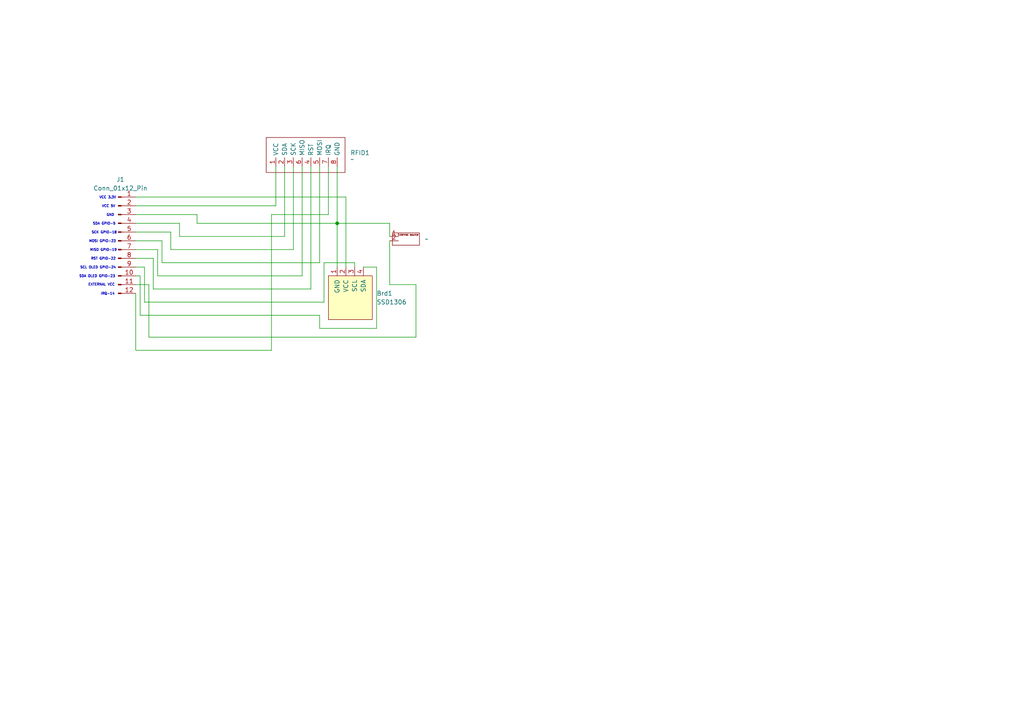
<source format=kicad_sch>
(kicad_sch (version 20231120) (generator "eeschema") (generator_version "8.0")
  (paper "A4")
  (lib_symbols
    (symbol "Connector:Conn_01x12_Pin" (pin_names (offset 1.016) hide)
      (property "Reference" "J" (at 0 15.24 0))
      (property "Value" "Conn_01x12_Pin" (at 0 -17.78 0))
      (symbol "Conn_01x12_Pin_1_1"
        (polyline (pts (xy 1.27 -15.24) (xy 0.8636 -15.24)) (stroke (width 0.1524)))
        (polyline (pts (xy 1.27 -12.7) (xy 0.8636 -12.7)) (stroke (width 0.1524)))
        (polyline (pts (xy 1.27 -10.16) (xy 0.8636 -10.16)) (stroke (width 0.1524)))
        (polyline (pts (xy 1.27 -7.62) (xy 0.8636 -7.62)) (stroke (width 0.1524)))
        (polyline (pts (xy 1.27 -5.08) (xy 0.8636 -5.08)) (stroke (width 0.1524)))
        (polyline (pts (xy 1.27 -2.54) (xy 0.8636 -2.54)) (stroke (width 0.1524)))
        (polyline (pts (xy 1.27 0) (xy 0.8636 0)) (stroke (width 0.1524)))
        (polyline (pts (xy 1.27 2.54) (xy 0.8636 2.54)) (stroke (width 0.1524)))
        (polyline (pts (xy 1.27 5.08) (xy 0.8636 5.08)) (stroke (width 0.1524)))
        (polyline (pts (xy 1.27 7.62) (xy 0.8636 7.62)) (stroke (width 0.1524)))
        (polyline (pts (xy 1.27 10.16) (xy 0.8636 10.16)) (stroke (width 0.1524)))
        (polyline (pts (xy 1.27 12.7) (xy 0.8636 12.7)) (stroke (width 0.1524)))
        (rectangle (start 0.8636 -15.113) (end 0 -15.367) (stroke (width 0.1524)) (fill (type outline)))
        (rectangle (start 0.8636 -12.573) (end 0 -12.827) (stroke (width 0.1524)) (fill (type outline)))
        (rectangle (start 0.8636 -10.033) (end 0 -10.287) (stroke (width 0.1524)) (fill (type outline)))
        (rectangle (start 0.8636 -7.493) (end 0 -7.747) (stroke (width 0.1524)) (fill (type outline)))
        (rectangle (start 0.8636 -4.953) (end 0 -5.207) (stroke (width 0.1524)) (fill (type outline)))
        (rectangle (start 0.8636 -2.413) (end 0 -2.667) (stroke (width 0.1524)) (fill (type outline)))
        (rectangle (start 0.8636 0.127) (end 0 -0.127) (stroke (width 0.1524)) (fill (type outline)))
        (rectangle (start 0.8636 2.667) (end 0 2.413) (stroke (width 0.1524)) (fill (type outline)))
        (rectangle (start 0.8636 5.207) (end 0 4.953) (stroke (width 0.1524)) (fill (type outline)))
        (rectangle (start 0.8636 7.747) (end 0 7.493) (stroke (width 0.1524)) (fill (type outline)))
        (rectangle (start 0.8636 10.287) (end 0 10.033) (stroke (width 0.1524)) (fill (type outline)))
        (rectangle (start 0.8636 12.827) (end 0 12.573) (stroke (width 0.1524)) (fill (type outline)))
        (pin passive line (at 5.08 12.7 180) (length 3.81) (name "Pin_1") (number "1"))
        (pin passive line (at 5.08 -10.16 180) (length 3.81) (name "Pin_10") (number "10"))
        (pin passive line (at 5.08 -12.7 180) (length 3.81) (name "Pin_11") (number "11"))
        (pin passive line (at 5.08 -15.24 180) (length 3.81) (name "Pin_12") (number "12"))
        (pin passive line (at 5.08 10.16 180) (length 3.81) (name "Pin_2") (number "2"))
        (pin passive line (at 5.08 7.62 180) (length 3.81) (name "Pin_3") (number "3"))
        (pin passive line (at 5.08 5.08 180) (length 3.81) (name "Pin_4") (number "4"))
        (pin passive line (at 5.08 2.54 180) (length 3.81) (name "Pin_5") (number "5"))
        (pin passive line (at 5.08 0 180) (length 3.81) (name "Pin_6") (number "6"))
        (pin passive line (at 5.08 -2.54 180) (length 3.81) (name "Pin_7") (number "7"))
        (pin passive line (at 5.08 -5.08 180) (length 3.81) (name "Pin_8") (number "8"))
        (pin passive line (at 5.08 -7.62 180) (length 3.81) (name "Pin_9") (number "9"))
      )
    )
    (symbol "New_Library:rfid"
      (property "Reference" "RFID" (at 0 0 0))
      (symbol "rfid_0_1"
        (rectangle (start -1.778 4.064) (end 8.382 -18.796))
      )
      (symbol "rfid_1_1"
        (pin power_in line (at 0 1.27 0) (length 2.54) (name "VCC") (number "1"))
        (pin bidirectional line (at 0 -1.27 0) (length 2.54) (name "SDA") (number "2"))
        (pin bidirectional line (at 0 -3.81 0) (length 2.54) (name "SCK") (number "3"))
        (pin input line (at 0 -8.89 0) (length 2.54) (name "RST") (number "4"))
        (pin bidirectional line (at 0 -11.43 0) (length 2.54) (name "MOSI") (number "5"))
        (pin bidirectional line (at 0 -6.35 0) (length 2.54) (name "MISO") (number "6"))
        (pin input line (at 0 -13.97 0) (length 2.54) (name "IRQ") (number "7"))
        (pin power_out line (at 0 -16.51 0) (length 2.54) (name "GND") (number "8"))
      )
    )
    (symbol "SSD1306-128x64_OLED:SSD1306" (pin_names (offset 1.016))
      (property "Reference" "Brd" (at 0 -3.81 0))
      (property "Value" "SSD1306" (at 0 -1.27 0))
      (symbol "SSD1306_0_1"
        (rectangle (start -6.35 6.35) (end 6.35 -6.35) (fill (type background)))
      )
      (symbol "SSD1306_1_1"
        (pin input line (at -3.81 8.89 270) (length 2.54) (name "GND") (number "1"))
        (pin input line (at -1.27 8.89 270) (length 2.54) (name "VCC") (number "2"))
        (pin input line (at 1.27 8.89 270) (length 2.54) (name "SCL") (number "3"))
        (pin input line (at 3.81 8.89 270) (length 2.54) (name "SDA") (number "4"))
      )
    )
    (symbol "external_source:External_Source"
      (property "Value" "~" (at 8.89 -0.762 0))
      (symbol "External_Source_0_1"
        (rectangle (start -0.508 1.016) (end 7.366 -2.54))
      )
      (symbol "External_Source_1_1"
        (text "External source" (at 4.064 0.508 0) (effects (font (size 0.508 0.508))))
        (pin input line (at -1.27 0 0) (length 2.54) (name "") (number "1"))
        (pin input line (at -1.27 -1.27 0) (length 2.54) (name "") (number "2"))
      )
    )
  )
  (junction (at 97.79 64.77))
  (wire (pts (xy 39.37 101.6) (xy 78.74 101.6)))
  (wire (pts (xy 39.37 59.69) (xy 80.01 59.69)))
  (wire (pts (xy 39.37 85.09) (xy 39.37 101.6)))
  (wire (pts (xy 43.18 97.79) (xy 120.65 97.79)))
  (wire (pts (xy 39.37 69.85) (xy 46.99 69.85)))
  (wire (pts (xy 95.25 62.23) (xy 78.74 62.23)))
  (wire (pts (xy 40.64 80.01) (xy 40.64 91.44)))
  (wire (pts (xy 97.79 48.26) (xy 97.79 64.77)))
  (wire (pts (xy 80.01 48.26) (xy 80.01 59.69)))
  (wire (pts (xy 41.91 77.47) (xy 41.91 87.63)))
  (wire (pts (xy 102.87 76.2) (xy 93.98 76.2)))
  (wire (pts (xy 57.15 62.23) (xy 57.15 64.77)))
  (wire (pts (xy 45.72 72.39) (xy 45.72 80.01)))
  (wire (pts (xy 113.03 68.58) (xy 113.03 64.77)))
  (wire (pts (xy 39.37 64.77) (xy 52.07 64.77)))
  (wire (pts (xy 87.63 48.26) (xy 87.63 80.01)))
  (wire (pts (xy 92.71 48.26) (xy 92.71 76.2)))
  (wire (pts (xy 52.07 68.58) (xy 82.55 68.58)))
  (wire (pts (xy 46.99 69.85) (xy 46.99 76.2)))
  (wire (pts (xy 78.74 62.23) (xy 78.74 101.6)))
  (wire (pts (xy 49.53 67.31) (xy 49.53 72.39)))
  (wire (pts (xy 39.37 77.47) (xy 41.91 77.47)))
  (wire (pts (xy 45.72 80.01) (xy 87.63 80.01)))
  (wire (pts (xy 90.17 48.26) (xy 90.17 83.82)))
  (wire (pts (xy 100.33 77.47) (xy 100.33 57.15)))
  (wire (pts (xy 113.03 82.55) (xy 120.65 82.55)))
  (wire (pts (xy 109.22 77.47) (xy 105.41 77.47)))
  (wire (pts (xy 85.09 48.26) (xy 85.09 72.39)))
  (wire (pts (xy 46.99 76.2) (xy 92.71 76.2)))
  (wire (pts (xy 113.03 69.85) (xy 113.03 82.55)))
  (wire (pts (xy 109.22 95.25) (xy 109.22 77.47)))
  (wire (pts (xy 120.65 82.55) (xy 120.65 97.79)))
  (wire (pts (xy 39.37 62.23) (xy 57.15 62.23)))
  (wire (pts (xy 39.37 80.01) (xy 40.64 80.01)))
  (wire (pts (xy 39.37 74.93) (xy 44.45 74.93)))
  (wire (pts (xy 102.87 77.47) (xy 102.87 76.2)))
  (wire (pts (xy 97.79 64.77) (xy 113.03 64.77)))
  (wire (pts (xy 97.79 77.47) (xy 97.79 64.77)))
  (wire (pts (xy 49.53 72.39) (xy 85.09 72.39)))
  (wire (pts (xy 92.71 95.25) (xy 109.22 95.25)))
  (wire (pts (xy 39.37 67.31) (xy 49.53 67.31)))
  (wire (pts (xy 93.98 76.2) (xy 93.98 87.63)))
  (wire (pts (xy 95.25 48.26) (xy 95.25 62.23)))
  (wire (pts (xy 41.91 87.63) (xy 93.98 87.63)))
  (wire (pts (xy 92.71 91.44) (xy 92.71 95.25)))
  (wire (pts (xy 44.45 83.82) (xy 90.17 83.82)))
  (wire (pts (xy 39.37 72.39) (xy 45.72 72.39)))
  (wire (pts (xy 39.37 82.55) (xy 43.18 82.55)))
  (wire (pts (xy 52.07 64.77) (xy 52.07 68.58)))
  (wire (pts (xy 39.37 57.15) (xy 100.33 57.15)))
  (wire (pts (xy 43.18 82.55) (xy 43.18 97.79)))
  (wire (pts (xy 40.64 91.44) (xy 92.71 91.44)))
  (wire (pts (xy 44.45 74.93) (xy 44.45 83.82)))
  (wire (pts (xy 57.15 64.77) (xy 97.79 64.77)))
  (wire (pts (xy 82.55 48.26) (xy 82.55 68.58)))
  (text "MISO GPIO-19" (at 29.972 72.644 0) (effects (font (size 0.7 0.7))))
  (text "IRQ-14" (at 31.242 85.344 0) (effects (font (size 0.7 0.7))))
  (text "RST GPIO-22" (at 29.972 75.184 0) (effects (font (size 0.7 0.7))))
  (text "SDA GPIO-5" (at 30.226 65.024 0) (effects (font (size 0.7 0.7))))
  (text "SCK GPIO-18" (at 30.226 67.564 0) (effects (font (size 0.7 0.7))))
  (text "EXTERNAL VCC" (at 29.4436 82.7064 0) (effects (font (size 0.7 0.7))))
  (text "GND" (at 32.004 62.484 0) (effects (font (size 0.7 0.7))))
  (text "SDA OLED GPIO-23" (at 28.194 80.264 0) (effects (font (size 0.7 0.7))))
  (text "VCC 5V" (at 31.496 59.944 0) (effects (font (size 0.7 0.7))))
  (text "MOSI GPIO-23" (at 29.718 70.104 0) (effects (font (size 0.7 0.7))))
  (text "SCL OLED GPIO-24" (at 28.448 77.724 0) (effects (font (size 0.7 0.7))))
  (text "VCC 3.3V" (at 31.242 57.404 0) (effects (font (size 0.7 0.7))))
  (symbol (lib_id "external_source:External_Source") (at 114.3 68.58 0) (unit 1)
    (property "Reference" "U1" (effects (hide yes)))
    (property "Value" "~" (at 123.19 69.342 0) (effects (justify left)))
    (property "Footprint" "Connector_PinSocket_1.00mm:PinSocket_1x02_P1.00mm_Vertical" (effects (hide yes)))
  )
  (symbol (lib_id "SSD1306-128x64_OLED:SSD1306") (at 101.6 86.36 0) (unit 1)
    (property "Reference" "Brd1" (at 109.22 85.0899 0) (effects (justify left)))
    (property "Value" "SSD1306" (at 109.22 87.6299 0) (effects (justify left)))
    (property "Footprint" "Display:Adafruit_SSD1306" (effects (hide yes)))
    (property "Description" "SSD1306 OLED" (effects (hide yes)))
  )
  (symbol (lib_id "Connector:Conn_01x12_Pin") (at 34.29 69.85 0) (unit 1)
    (property "Reference" "J1" (at 34.925 52.07 0))
    (property "Value" "Conn_01x12_Pin" (at 34.925 54.61 0))
    (property "Footprint" "Connector_PinHeader_1.00mm:PinHeader_1x12_P1.00mm_Vertical" (effects (hide yes)))
    (property "Description" "Generic connector, single row, 01x12, script generated" (effects (hide yes)))
  )
  (symbol (lib_id "New_Library:rfid") (at 81.28 48.26 90) (unit 1)
    (property "Reference" "RFID1" (at 101.6 44.3229 90) (effects (justify right)))
    (property "Value" "~" (at 101.6 46.228 90) (effects (justify right)))
    (property "Footprint" "RFID-RC522:RFID-RC522" (effects (hide yes)))
  )
)
</source>
